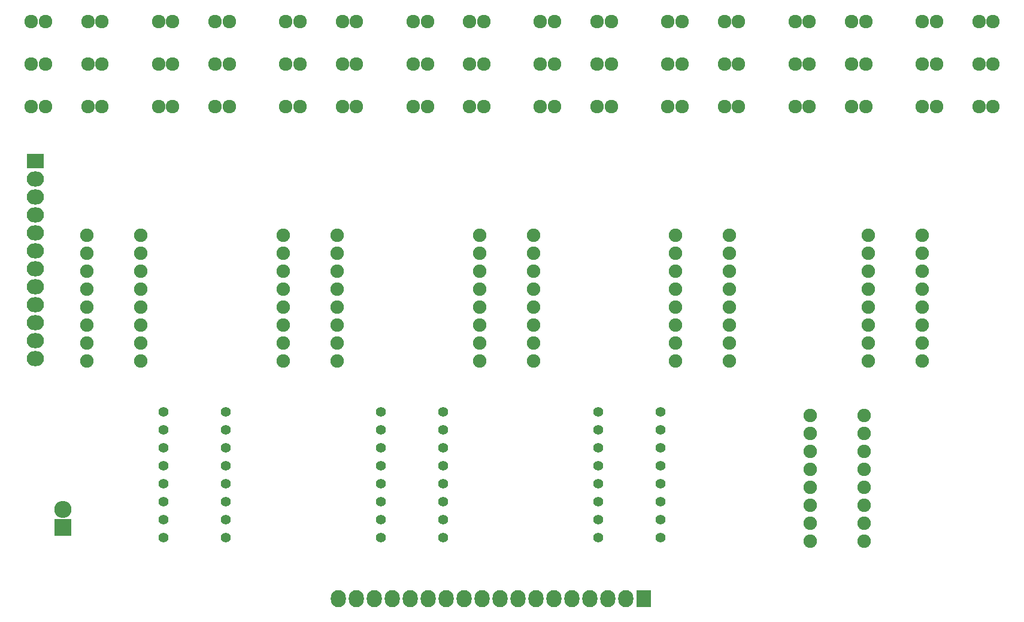
<source format=gbr>
G04 #@! TF.FileFunction,Soldermask,Bot*
%FSLAX46Y46*%
G04 Gerber Fmt 4.6, Leading zero omitted, Abs format (unit mm)*
G04 Created by KiCad (PCBNEW 4.0.4-stable) date Wednesday, November 08, 2017 'PMt' 04:38:46 PM*
%MOMM*%
%LPD*%
G01*
G04 APERTURE LIST*
%ADD10C,0.100000*%
%ADD11C,1.900000*%
%ADD12C,1.924000*%
%ADD13R,2.432000X2.432000*%
%ADD14O,2.432000X2.432000*%
%ADD15C,1.400000*%
%ADD16R,2.127200X2.432000*%
%ADD17O,2.127200X2.432000*%
%ADD18R,2.432000X2.127200*%
%ADD19O,2.432000X2.127200*%
G04 APERTURE END LIST*
D10*
D11*
X128750000Y-104500000D03*
X128750000Y-101960000D03*
X128750000Y-99420000D03*
X128750000Y-96880000D03*
X128750000Y-94340000D03*
X128750000Y-91800000D03*
X128750000Y-89260000D03*
X128750000Y-86720000D03*
X121130000Y-86720000D03*
X121130000Y-89260000D03*
X121130000Y-91800000D03*
X121130000Y-94340000D03*
X121130000Y-96880000D03*
X121130000Y-99420000D03*
X121130000Y-101960000D03*
X121130000Y-104500000D03*
D12*
X85500000Y-62500000D03*
X87500000Y-62500000D03*
X103500000Y-62500000D03*
X105500000Y-62500000D03*
X121500000Y-62500000D03*
X123500000Y-62500000D03*
X139500000Y-62500000D03*
X141500000Y-62500000D03*
X157500000Y-62500000D03*
X159500000Y-62500000D03*
X175500000Y-62500000D03*
X177500000Y-62500000D03*
X193500000Y-62500000D03*
X195500000Y-62500000D03*
X211500000Y-62500000D03*
X213500000Y-62500000D03*
X85500000Y-68500000D03*
X87500000Y-68500000D03*
X103500000Y-68500000D03*
X105500000Y-68500000D03*
X121500000Y-68500000D03*
X123500000Y-68500000D03*
X139500000Y-68500000D03*
X141500000Y-68500000D03*
X157500000Y-68500000D03*
X159500000Y-68500000D03*
X175500000Y-68500000D03*
X177500000Y-68500000D03*
X193500000Y-68500000D03*
X195500000Y-68500000D03*
X211500000Y-68500000D03*
X213500000Y-68500000D03*
X93500000Y-56500000D03*
X95500000Y-56500000D03*
X111500000Y-56500000D03*
X113500000Y-56500000D03*
X129500000Y-56500000D03*
X131500000Y-56500000D03*
X147500000Y-56500000D03*
X149500000Y-56500000D03*
X165500000Y-56500000D03*
X167500000Y-56500000D03*
X183500000Y-56500000D03*
X185500000Y-56500000D03*
X201500000Y-56500000D03*
X203500000Y-56500000D03*
X219500000Y-56500000D03*
X221500000Y-56500000D03*
X93500000Y-62500000D03*
X95500000Y-62500000D03*
X111500000Y-62500000D03*
X113500000Y-62500000D03*
X129500000Y-62500000D03*
X131500000Y-62500000D03*
X147500000Y-62500000D03*
X149500000Y-62500000D03*
X165500000Y-62500000D03*
X167500000Y-62500000D03*
X183500000Y-62500000D03*
X185500000Y-62500000D03*
X201500000Y-62500000D03*
X203500000Y-62500000D03*
X219500000Y-62500000D03*
X221500000Y-62500000D03*
X93500000Y-68500000D03*
X95500000Y-68500000D03*
X111500000Y-68500000D03*
X113500000Y-68500000D03*
X129500000Y-68500000D03*
X131500000Y-68500000D03*
X147500000Y-68500000D03*
X149500000Y-68500000D03*
X165500000Y-68500000D03*
X167500000Y-68500000D03*
X183500000Y-68500000D03*
X185500000Y-68500000D03*
X201500000Y-68500000D03*
X203500000Y-68500000D03*
X219500000Y-68500000D03*
X221500000Y-68500000D03*
X85500000Y-56500000D03*
X87500000Y-56500000D03*
X103500000Y-56500000D03*
X105500000Y-56500000D03*
X121500000Y-56500000D03*
X123500000Y-56500000D03*
X139500000Y-56500000D03*
X141500000Y-56500000D03*
X157500000Y-56500000D03*
X159500000Y-56500000D03*
X175500000Y-56500000D03*
X177500000Y-56500000D03*
X193500000Y-56500000D03*
X195500000Y-56500000D03*
X211500000Y-56500000D03*
X213500000Y-56500000D03*
D13*
X90000000Y-128000000D03*
D14*
X90000000Y-125460000D03*
D11*
X156500000Y-104500000D03*
X156500000Y-101960000D03*
X156500000Y-99420000D03*
X156500000Y-96880000D03*
X156500000Y-94340000D03*
X156500000Y-91800000D03*
X156500000Y-89260000D03*
X156500000Y-86720000D03*
X148880000Y-86720000D03*
X148880000Y-89260000D03*
X148880000Y-91800000D03*
X148880000Y-94340000D03*
X148880000Y-96880000D03*
X148880000Y-99420000D03*
X148880000Y-101960000D03*
X148880000Y-104500000D03*
X184250000Y-104500000D03*
X184250000Y-101960000D03*
X184250000Y-99420000D03*
X184250000Y-96880000D03*
X184250000Y-94340000D03*
X184250000Y-91800000D03*
X184250000Y-89260000D03*
X184250000Y-86720000D03*
X176630000Y-86720000D03*
X176630000Y-89260000D03*
X176630000Y-91800000D03*
X176630000Y-94340000D03*
X176630000Y-96880000D03*
X176630000Y-99420000D03*
X176630000Y-101960000D03*
X176630000Y-104500000D03*
X211500000Y-104500000D03*
X211500000Y-101960000D03*
X211500000Y-99420000D03*
X211500000Y-96880000D03*
X211500000Y-94340000D03*
X211500000Y-91800000D03*
X211500000Y-89260000D03*
X211500000Y-86720000D03*
X203880000Y-86720000D03*
X203880000Y-89260000D03*
X203880000Y-91800000D03*
X203880000Y-94340000D03*
X203880000Y-96880000D03*
X203880000Y-99420000D03*
X203880000Y-101960000D03*
X203880000Y-104500000D03*
X203250000Y-130000000D03*
X203250000Y-127460000D03*
X203250000Y-124920000D03*
X203250000Y-122380000D03*
X203250000Y-119840000D03*
X203250000Y-117300000D03*
X203250000Y-114760000D03*
X203250000Y-112220000D03*
X195630000Y-112220000D03*
X195630000Y-114760000D03*
X195630000Y-117300000D03*
X195630000Y-119840000D03*
X195630000Y-122380000D03*
X195630000Y-124920000D03*
X195630000Y-127460000D03*
X195630000Y-130000000D03*
X101000000Y-104500000D03*
X101000000Y-101960000D03*
X101000000Y-99420000D03*
X101000000Y-96880000D03*
X101000000Y-94340000D03*
X101000000Y-91800000D03*
X101000000Y-89260000D03*
X101000000Y-86720000D03*
X93380000Y-86720000D03*
X93380000Y-89260000D03*
X93380000Y-91800000D03*
X93380000Y-94340000D03*
X93380000Y-96880000D03*
X93380000Y-99420000D03*
X93380000Y-101960000D03*
X93380000Y-104500000D03*
D15*
X113000000Y-129500000D03*
X113000000Y-126960000D03*
X113000000Y-124420000D03*
X113000000Y-121880000D03*
X113000000Y-119340000D03*
X113000000Y-116800000D03*
X113000000Y-114260000D03*
X113000000Y-111720000D03*
X104200000Y-111720000D03*
X104200000Y-114260000D03*
X104200000Y-116800000D03*
X104200000Y-119340000D03*
X104200000Y-121880000D03*
X104200000Y-124420000D03*
X104200000Y-126960000D03*
X104200000Y-129500000D03*
X143750000Y-129500000D03*
X143750000Y-126960000D03*
X143750000Y-124420000D03*
X143750000Y-121880000D03*
X143750000Y-119340000D03*
X143750000Y-116800000D03*
X143750000Y-114260000D03*
X143750000Y-111720000D03*
X134950000Y-111720000D03*
X134950000Y-114260000D03*
X134950000Y-116800000D03*
X134950000Y-119340000D03*
X134950000Y-121880000D03*
X134950000Y-124420000D03*
X134950000Y-126960000D03*
X134950000Y-129500000D03*
X174500000Y-129500000D03*
X174500000Y-126960000D03*
X174500000Y-124420000D03*
X174500000Y-121880000D03*
X174500000Y-119340000D03*
X174500000Y-116800000D03*
X174500000Y-114260000D03*
X174500000Y-111720000D03*
X165700000Y-111720000D03*
X165700000Y-114260000D03*
X165700000Y-116800000D03*
X165700000Y-119340000D03*
X165700000Y-121880000D03*
X165700000Y-124420000D03*
X165700000Y-126960000D03*
X165700000Y-129500000D03*
D16*
X172100000Y-138100000D03*
D17*
X169560000Y-138100000D03*
X167020000Y-138100000D03*
X164480000Y-138100000D03*
X161940000Y-138100000D03*
X159400000Y-138100000D03*
X156860000Y-138100000D03*
X154320000Y-138100000D03*
X151780000Y-138100000D03*
X149240000Y-138100000D03*
X146700000Y-138100000D03*
X144160000Y-138100000D03*
X141620000Y-138100000D03*
X139080000Y-138100000D03*
X136540000Y-138100000D03*
X134000000Y-138100000D03*
X131460000Y-138100000D03*
X128920000Y-138100000D03*
D18*
X86100000Y-76200000D03*
D19*
X86100000Y-78740000D03*
X86100000Y-81280000D03*
X86100000Y-83820000D03*
X86100000Y-86360000D03*
X86100000Y-88900000D03*
X86100000Y-91440000D03*
X86100000Y-93980000D03*
X86100000Y-96520000D03*
X86100000Y-99060000D03*
X86100000Y-101600000D03*
X86100000Y-104140000D03*
M02*

</source>
